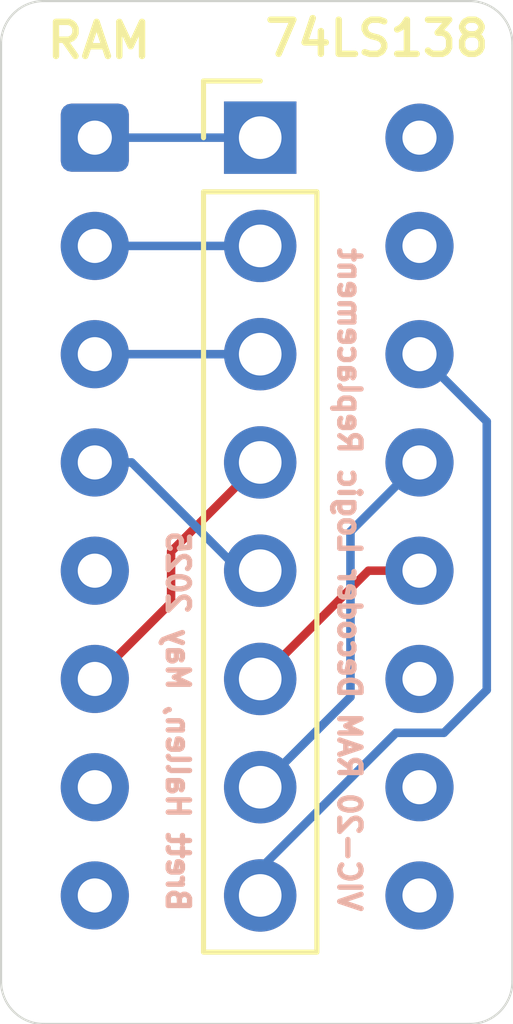
<source format=kicad_pcb>
(kicad_pcb (version 20241229) (generator "pcbnew") (generator_version "9.0")
  (title_block (title "Commodore VIC-20 BLK0 RAM Expansion, Daughterboard") (date "12-May-2025") (rev "A") (company "Brett Hallen") (comment 1 "www.youtube.com/@Brfff"))
  (layers (0 "F.Cu" signal) (2 "B.Cu" signal) (13 "F.Paste" user) (15 "B.Paste" user) (5 "F.SilkS" user "F.Silkscreen") (7 "B.SilkS" user "B.Silkscreen") (1 "F.Mask" user) (3 "B.Mask" user) (25 "Edge.Cuts" user))
  (net 0 "")
  (net 1 "VA11")
  (net 2 "~{RAM2}")
  (net 3 "~{RAM3}")
  (net 4 "VA12")
  (net 5 "~{BLK0}")
  (net 6 "VA13")
  (net 7 "~{RAM1}")
  (net 8 "VA10")
  (footprint "Connector_PinHeader_2.54mm:PinHeader_1x08_P2.54mm_Vertical" (layer "F.Cu") (at 76.261842 52.1)
    (property "Reference" "J1" (hide yes))
    (property "Value" "Signals" (hide yes))
    (fp_line (start -1.33 -1.33) (end 0 -1.33) (stroke (width 0.12)) (layer "F.SilkS"))
    (fp_line (start -1.33 0) (end -1.33 -1.33) (stroke (width 0.12)) (layer "F.SilkS"))
    (fp_line (start -1.33 1.27) (end -1.33 19.11) (stroke (width 0.12)) (layer "F.SilkS"))
    (fp_line (start -1.33 1.27) (end 1.33 1.27) (stroke (width 0.12)) (layer "F.SilkS"))
    (fp_line (start -1.33 19.11) (end 1.33 19.11) (stroke (width 0.12)) (layer "F.SilkS"))
    (fp_line (start 1.33 1.27) (end 1.33 19.11) (stroke (width 0.12)) (layer "F.SilkS"))
    (pad "1" thru_hole rect (at 0 0) (size 1.7 1.7) (drill 1) (layers "*.Cu" "*.Mask") (net 8 "VA10"))
    (pad "2" thru_hole oval (at 0 2.54) (size 1.7 1.7) (drill 1) (layers "*.Cu" "*.Mask") (net 1 "VA11"))
    (pad "3" thru_hole oval (at 0 5.08) (size 1.7 1.7) (drill 1) (layers "*.Cu" "*.Mask") (net 4 "VA12"))
    (pad "4" thru_hole oval (at 0 7.62) (size 1.7 1.7) (drill 1) (layers "*.Cu" "*.Mask") (net 6 "VA13"))
    (pad "5" thru_hole oval (at 0 10.16) (size 1.7 1.7) (drill 1) (layers "*.Cu" "*.Mask") (net 5 "~{BLK0}"))
    (pad "6" thru_hole oval (at 0 12.7) (size 1.7 1.7) (drill 1) (layers "*.Cu" "*.Mask") (net 7 "~{RAM1}"))
    (pad "7" thru_hole oval (at 0 15.24) (size 1.7 1.7) (drill 1) (layers "*.Cu" "*.Mask") (net 2 "~{RAM2}"))
    (pad "8" thru_hole oval (at 0 17.78) (size 1.7 1.7) (drill 1) (layers "*.Cu" "*.Mask") (net 3 "~{RAM3}"))
  )
  (footprint "Package_DIP:DIP-16_W7.62mm" (layer "F.Cu") (at 72.38 52.1)
    (property "Reference" "UC4" (hide yes))
    (property "Value" "74LS138" (at 6.62 -2.33 0) (layer "F.SilkS") (effects (font (size 0.8 0.8))))
    (pad "1" thru_hole roundrect (at 0 0) (size 1.6 1.6) (drill 0.8) (layers "*.Cu" "*.Mask") (roundrect_rratio 0.15625) (net 8 "VA10"))
    (pad "2" thru_hole circle (at 0 2.54) (size 1.6 1.6) (drill 0.8) (layers "*.Cu" "*.Mask") (net 1 "VA11"))
    (pad "3" thru_hole circle (at 0 5.08) (size 1.6 1.6) (drill 0.8) (layers "*.Cu" "*.Mask") (net 4 "VA12"))
    (pad "4" thru_hole circle (at 0 7.62) (size 1.6 1.6) (drill 0.8) (layers "*.Cu" "*.Mask") (net 5 "~{BLK0}"))
    (pad "5" thru_hole circle (at 0 10.16) (size 1.6 1.6) (drill 0.8) (layers "*.Cu" "*.Mask"))
    (pad "6" thru_hole circle (at 0 12.7) (size 1.6 1.6) (drill 0.8) (layers "*.Cu" "*.Mask") (net 6 "VA13"))
    (pad "7" thru_hole circle (at 0 15.24) (size 1.6 1.6) (drill 0.8) (layers "*.Cu" "*.Mask"))
    (pad "8" thru_hole circle (at 0 17.78) (size 1.6 1.6) (drill 0.8) (layers "*.Cu" "*.Mask"))
    (pad "9" thru_hole circle (at 7.62 17.78) (size 1.6 1.6) (drill 0.8) (layers "*.Cu" "*.Mask"))
    (pad "10" thru_hole circle (at 7.62 15.24) (size 1.6 1.6) (drill 0.8) (layers "*.Cu" "*.Mask"))
    (pad "11" thru_hole circle (at 7.62 12.7) (size 1.6 1.6) (drill 0.8) (layers "*.Cu" "*.Mask"))
    (pad "12" thru_hole circle (at 7.62 10.16) (size 1.6 1.6) (drill 0.8) (layers "*.Cu" "*.Mask") (net 7 "~{RAM1}"))
    (pad "13" thru_hole circle (at 7.62 7.62) (size 1.6 1.6) (drill 0.8) (layers "*.Cu" "*.Mask") (net 2 "~{RAM2}"))
    (pad "14" thru_hole circle (at 7.62 5.08) (size 1.6 1.6) (drill 0.8) (layers "*.Cu" "*.Mask") (net 3 "~{RAM3}"))
    (pad "15" thru_hole circle (at 7.62 2.54) (size 1.6 1.6) (drill 0.8) (layers "*.Cu" "*.Mask"))
    (pad "16" thru_hole circle (at 7.62 0) (size 1.6 1.6) (drill 0.8) (layers "*.Cu" "*.Mask"))
  )
  (gr_arc (start 71.180015 72.894779) (mid 70.472906 72.60189) (end 70.180015 71.894779) (stroke (width 0.05)) (layer "Edge.Cuts"))
  (gr_line (start 71.180015 48.894779) (end 81.180015 48.894779) (stroke (width 0.05)) (layer "Edge.Cuts"))
  (gr_arc (start 82.180015 71.894779) (mid 81.887122 72.601886) (end 81.180015 72.894779) (stroke (width 0.05)) (layer "Edge.Cuts"))
  (gr_line (start 82.180015 49.894779) (end 82.180015 71.894779) (stroke (width 0.05)) (layer "Edge.Cuts"))
  (gr_line (start 81.180015 72.894779) (end 71.180015 72.894779) (stroke (width 0.05)) (layer "Edge.Cuts"))
  (gr_arc (start 70.180015 49.894779) (mid 70.472917 49.187691) (end 71.180015 48.894779) (stroke (width 0.05)) (layer "Edge.Cuts"))
  (gr_line (start 70.180015 71.894779) (end 70.180015 49.894779) (stroke (width 0.05)) (layer "Edge.Cuts"))
  (gr_arc (start 81.180015 48.894779) (mid 81.887122 49.187672) (end 82.180015 49.894779) (stroke (width 0.05)) (layer "Edge.Cuts"))
  (gr_text "RAM" (at 71.1801 50.28875 0) (layer "F.SilkS") (effects (font (size 0.8 0.8) (thickness 0.15) (bold yes)) (justify left bottom)))
  (gr_text "VIC-20 RAM Decoder Logic Replacement\n\n\n\n\nBrett Hallen, May 2025" (at 74.035939 70.315934 270) (layer "B.SilkS") (effects (font (size 0.5 0.5) (thickness 0.125)) (justify left bottom mirror)))
  (segment (start 72.38 54.64) (end 76.261842 54.64) (width 0.2) (layer "B.Cu") (net 1))
  (segment (start 78.38 65.221842) (end 78.38 61.34) (width 0.2) (layer "B.Cu") (net 2))
  (segment (start 78.38 61.34) (end 80 59.72) (width 0.2) (layer "B.Cu") (net 2))
  (segment (start 76.261842 67.34) (end 78.38 65.221842) (width 0.2) (layer "B.Cu") (net 2))
  (segment (start 80 57.18) (end 81.579015 58.759015) (width 0.2) (layer "B.Cu") (net 3))
  (segment (start 76.261842 69.251255) (end 76.261842 69.88) (width 0.2) (layer "B.Cu") (net 3))
  (segment (start 81.579015 65.058695) (end 80.573773 66.063937) (width 0.2) (layer "B.Cu") (net 3))
  (segment (start 80.573773 66.063937) (end 79.44916 66.063937) (width 0.2) (layer "B.Cu") (net 3))
  (segment (start 79.44916 66.063937) (end 76.261842 69.251255) (width 0.2) (layer "B.Cu") (net 3))
  (segment (start 81.579015 58.759015) (end 81.579015 65.058695) (width 0.2) (layer "B.Cu") (net 3))
  (segment (start 72.38 57.18) (end 76.261842 57.18) (width 0.2) (layer "B.Cu") (net 4))
  (segment (start 73.245617 59.72) (end 75.785617 62.26) (width 0.2) (layer "B.Cu") (net 5))
  (segment (start 75.785617 62.26) (end 76.261842 62.26) (width 0.2) (layer "B.Cu") (net 5))
  (segment (start 72.38 59.72) (end 73.245617 59.72) (width 0.2) (layer "B.Cu") (net 5))
  (segment (start 76.261842 59.72) (end 74.170141 61.811701) (width 0.2) (layer "F.Cu") (net 6))
  (segment (start 74.170141 63.009859) (end 72.38 64.8) (width 0.2) (layer "F.Cu") (net 6))
  (segment (start 74.170141 61.811701) (end 74.170141 63.009859) (width 0.2) (layer "F.Cu") (net 6))
  (segment (start 76.261842 64.8) (end 78.801842 62.26) (width 0.2) (layer "F.Cu") (net 7))
  (segment (start 78.801842 62.26) (end 80 62.26) (width 0.2) (layer "F.Cu") (net 7))
  (segment (start 72.38 52.1) (end 76.261842 52.1) (width 0.2) (layer "B.Cu") (net 8))
)
</source>
